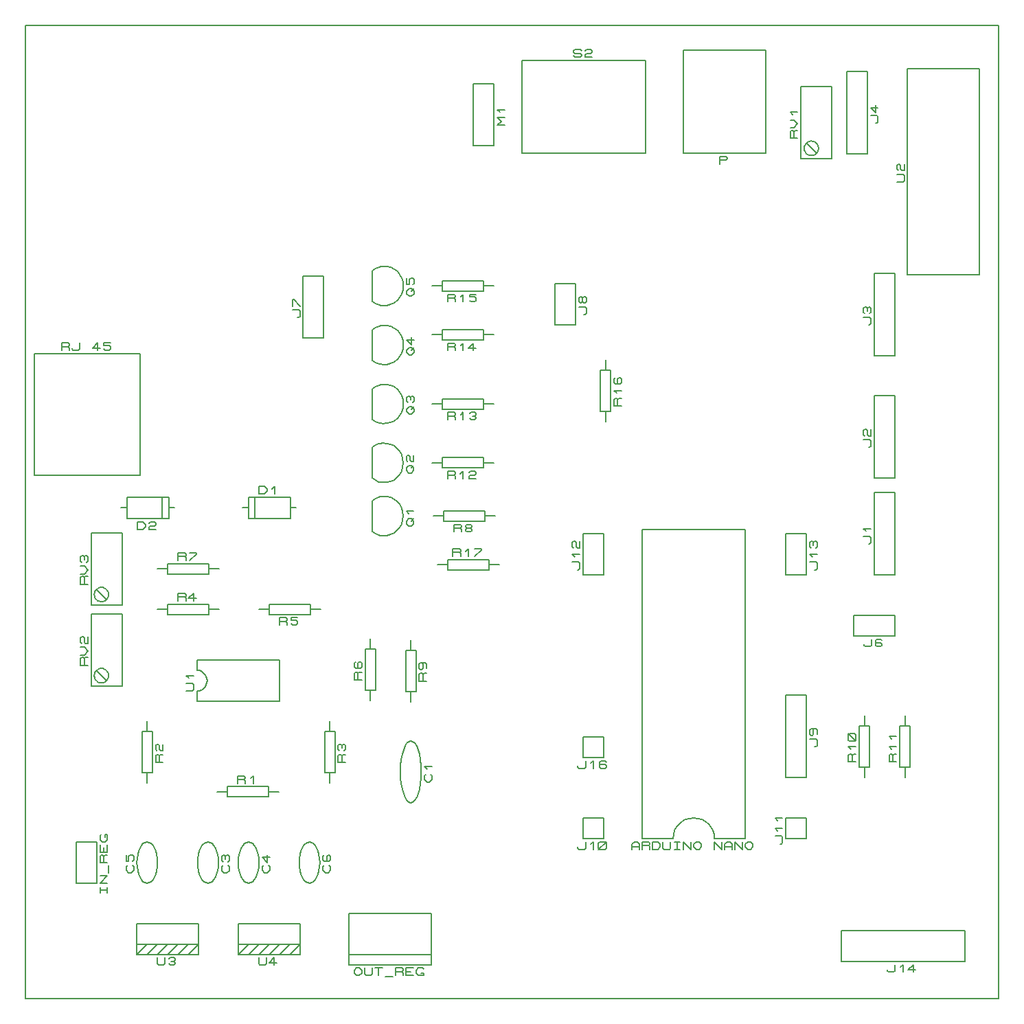
<source format=gbr>
G04 PROTEUS GERBER X2 FILE*
%TF.GenerationSoftware,Labcenter,Proteus,8.8-SP1-Build27031*%
%TF.CreationDate,2021-08-02T14:58:59+00:00*%
%TF.FileFunction,Legend,Top*%
%TF.FilePolarity,Positive*%
%TF.Part,Single*%
%TF.SameCoordinates,{c3ce3005-f07b-4d42-96ea-8d11783d6a5d}*%
%FSLAX45Y45*%
%MOMM*%
G01*
%TA.AperFunction,Profile*%
%ADD21C,0.203200*%
%TA.AperFunction,Material*%
%ADD22C,0.203200*%
%TD.AperFunction*%
D21*
X-12754000Y-52000D02*
X-754000Y-52000D01*
X-754000Y+11948000D01*
X-12754000Y+11948000D01*
X-12754000Y-52000D01*
D22*
X-4512000Y+2177000D02*
X-4563752Y+2171920D01*
X-4611695Y+2157315D01*
X-4654875Y+2134138D01*
X-4692340Y+2103340D01*
X-4723138Y+2065875D01*
X-4746315Y+2022695D01*
X-4760920Y+1974752D01*
X-4766000Y+1923000D01*
X-4512000Y+2177000D02*
X-4459518Y+2171920D01*
X-4411234Y+2157315D01*
X-4368009Y+2134138D01*
X-4330708Y+2103340D01*
X-4300193Y+2065875D01*
X-4277328Y+2022695D01*
X-4262976Y+1974752D01*
X-4258000Y+1923000D01*
X-4766000Y+1923000D02*
X-5147000Y+1923000D01*
X-5147000Y+5733000D02*
X-3877000Y+5733000D01*
X-3877000Y+1923000D02*
X-4258000Y+1923000D01*
X-5147000Y+1923000D02*
X-5147000Y+5733000D01*
X-3877000Y+1923000D02*
X-3877000Y+5733000D01*
X-5274000Y+1790920D02*
X-5274000Y+1851880D01*
X-5242250Y+1882360D01*
X-5210500Y+1882360D01*
X-5178750Y+1851880D01*
X-5178750Y+1790920D01*
X-5274000Y+1821400D02*
X-5178750Y+1821400D01*
X-5147000Y+1790920D02*
X-5147000Y+1882360D01*
X-5067625Y+1882360D01*
X-5051750Y+1867120D01*
X-5051750Y+1851880D01*
X-5067625Y+1836640D01*
X-5147000Y+1836640D01*
X-5067625Y+1836640D02*
X-5051750Y+1821400D01*
X-5051750Y+1790920D01*
X-5020000Y+1790920D02*
X-5020000Y+1882360D01*
X-4956500Y+1882360D01*
X-4924750Y+1851880D01*
X-4924750Y+1821400D01*
X-4956500Y+1790920D01*
X-5020000Y+1790920D01*
X-4893000Y+1882360D02*
X-4893000Y+1806160D01*
X-4877125Y+1790920D01*
X-4813625Y+1790920D01*
X-4797750Y+1806160D01*
X-4797750Y+1882360D01*
X-4750125Y+1882360D02*
X-4686625Y+1882360D01*
X-4718375Y+1882360D02*
X-4718375Y+1790920D01*
X-4750125Y+1790920D02*
X-4686625Y+1790920D01*
X-4639000Y+1790920D02*
X-4639000Y+1882360D01*
X-4543750Y+1790920D01*
X-4543750Y+1882360D01*
X-4512000Y+1851880D02*
X-4480250Y+1882360D01*
X-4448500Y+1882360D01*
X-4416750Y+1851880D01*
X-4416750Y+1821400D01*
X-4448500Y+1790920D01*
X-4480250Y+1790920D01*
X-4512000Y+1821400D01*
X-4512000Y+1851880D01*
X-4258000Y+1790920D02*
X-4258000Y+1882360D01*
X-4162750Y+1790920D01*
X-4162750Y+1882360D01*
X-4131000Y+1790920D02*
X-4131000Y+1851880D01*
X-4099250Y+1882360D01*
X-4067500Y+1882360D01*
X-4035750Y+1851880D01*
X-4035750Y+1790920D01*
X-4131000Y+1821400D02*
X-4035750Y+1821400D01*
X-4004000Y+1790920D02*
X-4004000Y+1882360D01*
X-3908750Y+1790920D01*
X-3908750Y+1882360D01*
X-3877000Y+1851880D02*
X-3845250Y+1882360D01*
X-3813500Y+1882360D01*
X-3781750Y+1851880D01*
X-3781750Y+1821400D01*
X-3813500Y+1790920D01*
X-3845250Y+1790920D01*
X-3877000Y+1821400D01*
X-3877000Y+1851880D01*
X-1877000Y+8873000D02*
X-988000Y+8873000D01*
X-988000Y+11413000D01*
X-1877000Y+11413000D01*
X-1877000Y+8873000D01*
X-2009080Y+10016000D02*
X-1932880Y+10016000D01*
X-1917640Y+10031875D01*
X-1917640Y+10095375D01*
X-1932880Y+10111250D01*
X-2009080Y+10111250D01*
X-1993840Y+10158875D02*
X-2009080Y+10174750D01*
X-2009080Y+10222375D01*
X-1993840Y+10238250D01*
X-1978600Y+10238250D01*
X-1963360Y+10222375D01*
X-1963360Y+10174750D01*
X-1948120Y+10158875D01*
X-1917640Y+10158875D01*
X-1917640Y+10238250D01*
X-6627000Y+10373000D02*
X-5103000Y+10373000D01*
X-5103000Y+11516000D01*
X-6627000Y+11516000D01*
X-6627000Y+10373000D01*
X-5992000Y+11571880D02*
X-5976125Y+11556640D01*
X-5912625Y+11556640D01*
X-5896750Y+11571880D01*
X-5896750Y+11587120D01*
X-5912625Y+11602360D01*
X-5976125Y+11602360D01*
X-5992000Y+11617600D01*
X-5992000Y+11632840D01*
X-5976125Y+11648080D01*
X-5912625Y+11648080D01*
X-5896750Y+11632840D01*
X-5849125Y+11632840D02*
X-5833250Y+11648080D01*
X-5785625Y+11648080D01*
X-5769750Y+11632840D01*
X-5769750Y+11617600D01*
X-5785625Y+11602360D01*
X-5833250Y+11602360D01*
X-5849125Y+11587120D01*
X-5849125Y+11556640D01*
X-5769750Y+11556640D01*
X-4639000Y+10373000D02*
X-3623000Y+10373000D01*
X-3623000Y+11643000D01*
X-4639000Y+11643000D01*
X-4639000Y+10373000D01*
X-4194500Y+10240920D02*
X-4194500Y+10332360D01*
X-4115125Y+10332360D01*
X-4099250Y+10317120D01*
X-4099250Y+10301880D01*
X-4115125Y+10286640D01*
X-4194500Y+10286640D01*
X-2627000Y+10361000D02*
X-2373000Y+10361000D01*
X-2373000Y+11377000D01*
X-2627000Y+11377000D01*
X-2627000Y+10361000D01*
X-2271400Y+10742000D02*
X-2256160Y+10742000D01*
X-2240920Y+10757875D01*
X-2240920Y+10821375D01*
X-2256160Y+10837250D01*
X-2332360Y+10837250D01*
X-2271400Y+10964250D02*
X-2271400Y+10869000D01*
X-2332360Y+10932500D01*
X-2240920Y+10932500D01*
X-3190500Y+10305500D02*
X-2809500Y+10305500D01*
X-2809500Y+11194500D01*
X-3190500Y+11194500D01*
X-3190500Y+10305500D01*
X-2974600Y+10432500D02*
X-2974902Y+10439822D01*
X-2977357Y+10454467D01*
X-2982489Y+10469112D01*
X-2990864Y+10483757D01*
X-3003678Y+10498261D01*
X-3018323Y+10509065D01*
X-3032968Y+10515993D01*
X-3047613Y+10519969D01*
X-3062258Y+10521391D01*
X-3063500Y+10521400D01*
X-3152400Y+10432500D02*
X-3152098Y+10439822D01*
X-3149643Y+10454467D01*
X-3144511Y+10469112D01*
X-3136136Y+10483757D01*
X-3123322Y+10498261D01*
X-3108677Y+10509065D01*
X-3094032Y+10515993D01*
X-3079387Y+10519969D01*
X-3064742Y+10521391D01*
X-3063500Y+10521400D01*
X-3152400Y+10432500D02*
X-3152098Y+10425178D01*
X-3149643Y+10410533D01*
X-3144511Y+10395888D01*
X-3136136Y+10381243D01*
X-3123322Y+10366739D01*
X-3108677Y+10355935D01*
X-3094032Y+10349007D01*
X-3079387Y+10345031D01*
X-3064742Y+10343609D01*
X-3063500Y+10343600D01*
X-2974600Y+10432500D02*
X-2974902Y+10425178D01*
X-2977357Y+10410533D01*
X-2982489Y+10395888D01*
X-2990864Y+10381243D01*
X-3003678Y+10366739D01*
X-3018323Y+10355935D01*
X-3032968Y+10349007D01*
X-3047613Y+10345031D01*
X-3062258Y+10343609D01*
X-3063500Y+10343600D01*
X-3000000Y+10369000D02*
X-3127000Y+10496000D01*
X-3231140Y+10559500D02*
X-3322580Y+10559500D01*
X-3322580Y+10638875D01*
X-3307340Y+10654750D01*
X-3292100Y+10654750D01*
X-3276860Y+10638875D01*
X-3276860Y+10559500D01*
X-3276860Y+10638875D02*
X-3261620Y+10654750D01*
X-3231140Y+10654750D01*
X-3322580Y+10686500D02*
X-3276860Y+10686500D01*
X-3231140Y+10734125D01*
X-3276860Y+10781750D01*
X-3322580Y+10781750D01*
X-3292100Y+10845250D02*
X-3322580Y+10877000D01*
X-3231140Y+10877000D01*
X-2286000Y+5173000D02*
X-2032000Y+5173000D01*
X-2032000Y+6189000D01*
X-2286000Y+6189000D01*
X-2286000Y+5173000D01*
X-2357120Y+5554000D02*
X-2341880Y+5554000D01*
X-2326640Y+5569875D01*
X-2326640Y+5633375D01*
X-2341880Y+5649250D01*
X-2418080Y+5649250D01*
X-2387600Y+5712750D02*
X-2418080Y+5744500D01*
X-2326640Y+5744500D01*
X-2286000Y+6365000D02*
X-2032000Y+6365000D01*
X-2032000Y+7381000D01*
X-2286000Y+7381000D01*
X-2286000Y+6365000D01*
X-2357120Y+6746000D02*
X-2341880Y+6746000D01*
X-2326640Y+6761875D01*
X-2326640Y+6825375D01*
X-2341880Y+6841250D01*
X-2418080Y+6841250D01*
X-2402840Y+6888875D02*
X-2418080Y+6904750D01*
X-2418080Y+6952375D01*
X-2402840Y+6968250D01*
X-2387600Y+6968250D01*
X-2372360Y+6952375D01*
X-2372360Y+6904750D01*
X-2357120Y+6888875D01*
X-2326640Y+6888875D01*
X-2326640Y+6968250D01*
X-2286000Y+7873000D02*
X-2032000Y+7873000D01*
X-2032000Y+8889000D01*
X-2286000Y+8889000D01*
X-2286000Y+7873000D01*
X-2357120Y+8254000D02*
X-2341880Y+8254000D01*
X-2326640Y+8269875D01*
X-2326640Y+8333375D01*
X-2341880Y+8349250D01*
X-2418080Y+8349250D01*
X-2402840Y+8396875D02*
X-2418080Y+8412750D01*
X-2418080Y+8460375D01*
X-2402840Y+8476250D01*
X-2387600Y+8476250D01*
X-2372360Y+8460375D01*
X-2357120Y+8476250D01*
X-2341880Y+8476250D01*
X-2326640Y+8460375D01*
X-2326640Y+8412750D01*
X-2341880Y+8396875D01*
X-2372360Y+8428625D02*
X-2372360Y+8460375D01*
X-2409000Y+2677000D02*
X-2409000Y+2804000D01*
X-2472500Y+2804000D02*
X-2345500Y+2804000D01*
X-2345500Y+3312000D01*
X-2472500Y+3312000D01*
X-2472500Y+2804000D01*
X-2409000Y+3312000D02*
X-2409000Y+3439000D01*
X-2513140Y+2867500D02*
X-2604580Y+2867500D01*
X-2604580Y+2946875D01*
X-2589340Y+2962750D01*
X-2574100Y+2962750D01*
X-2558860Y+2946875D01*
X-2558860Y+2867500D01*
X-2558860Y+2946875D02*
X-2543620Y+2962750D01*
X-2513140Y+2962750D01*
X-2574100Y+3026250D02*
X-2604580Y+3058000D01*
X-2513140Y+3058000D01*
X-2528380Y+3121500D02*
X-2589340Y+3121500D01*
X-2604580Y+3137375D01*
X-2604580Y+3200875D01*
X-2589340Y+3216750D01*
X-2528380Y+3216750D01*
X-2513140Y+3200875D01*
X-2513140Y+3137375D01*
X-2528380Y+3121500D01*
X-2513140Y+3121500D02*
X-2604580Y+3216750D01*
X-1909000Y+2677000D02*
X-1909000Y+2804000D01*
X-1972500Y+2804000D02*
X-1845500Y+2804000D01*
X-1845500Y+3312000D01*
X-1972500Y+3312000D01*
X-1972500Y+2804000D01*
X-1909000Y+3312000D02*
X-1909000Y+3439000D01*
X-2013140Y+2867500D02*
X-2104580Y+2867500D01*
X-2104580Y+2946875D01*
X-2089340Y+2962750D01*
X-2074100Y+2962750D01*
X-2058860Y+2946875D01*
X-2058860Y+2867500D01*
X-2058860Y+2946875D02*
X-2043620Y+2962750D01*
X-2013140Y+2962750D01*
X-2074100Y+3026250D02*
X-2104580Y+3058000D01*
X-2013140Y+3058000D01*
X-2074100Y+3153250D02*
X-2104580Y+3185000D01*
X-2013140Y+3185000D01*
X-3377000Y+2673000D02*
X-3123000Y+2673000D01*
X-3123000Y+3689000D01*
X-3377000Y+3689000D01*
X-3377000Y+2673000D01*
X-3021400Y+3054000D02*
X-3006160Y+3054000D01*
X-2990920Y+3069875D01*
X-2990920Y+3133375D01*
X-3006160Y+3149250D01*
X-3082360Y+3149250D01*
X-3051880Y+3276250D02*
X-3036640Y+3260375D01*
X-3036640Y+3212750D01*
X-3051880Y+3196875D01*
X-3067120Y+3196875D01*
X-3082360Y+3212750D01*
X-3082360Y+3260375D01*
X-3067120Y+3276250D01*
X-3006160Y+3276250D01*
X-2990920Y+3260375D01*
X-2990920Y+3212750D01*
X-10639000Y+3996000D02*
X-10639000Y+4123000D01*
X-9623000Y+4123000D01*
X-9623000Y+3615000D01*
X-10639000Y+3615000D01*
X-10639000Y+3742000D01*
X-10512000Y+3869000D02*
X-10514436Y+3894876D01*
X-10521485Y+3918848D01*
X-10532762Y+3940438D01*
X-10547878Y+3959170D01*
X-10566446Y+3974569D01*
X-10588081Y+3986158D01*
X-10612394Y+3993460D01*
X-10639000Y+3996000D01*
X-10512000Y+3869000D02*
X-10514436Y+3842394D01*
X-10521485Y+3818081D01*
X-10532762Y+3796446D01*
X-10547878Y+3777878D01*
X-10566446Y+3762762D01*
X-10588081Y+3751485D01*
X-10612394Y+3744436D01*
X-10639000Y+3742000D01*
X-10771080Y+3742000D02*
X-10694880Y+3742000D01*
X-10679640Y+3757875D01*
X-10679640Y+3821375D01*
X-10694880Y+3837250D01*
X-10771080Y+3837250D01*
X-10740600Y+3900750D02*
X-10771080Y+3932500D01*
X-10679640Y+3932500D01*
X-11381000Y+623000D02*
X-10619000Y+623000D01*
X-10619000Y+877000D01*
X-11381000Y+877000D01*
X-11381000Y+623000D01*
X-10619000Y+623000D02*
X-10619000Y+496000D01*
X-11381000Y+496000D01*
X-11381000Y+623000D01*
X-10619000Y+623000D02*
X-10746000Y+496000D01*
X-10746000Y+623000D02*
X-10873000Y+496000D01*
X-10873000Y+623000D02*
X-11000000Y+496000D01*
X-11000000Y+623000D02*
X-11127000Y+496000D01*
X-11127000Y+623000D02*
X-11254000Y+496000D01*
X-11254000Y+623000D02*
X-11381000Y+496000D01*
X-11127000Y+455360D02*
X-11127000Y+379160D01*
X-11111125Y+363920D01*
X-11047625Y+363920D01*
X-11031750Y+379160D01*
X-11031750Y+455360D01*
X-10984125Y+440120D02*
X-10968250Y+455360D01*
X-10920625Y+455360D01*
X-10904750Y+440120D01*
X-10904750Y+424880D01*
X-10920625Y+409640D01*
X-10904750Y+394400D01*
X-10904750Y+379160D01*
X-10920625Y+363920D01*
X-10968250Y+363920D01*
X-10984125Y+379160D01*
X-10952375Y+409640D02*
X-10920625Y+409640D01*
X-10131000Y+623000D02*
X-9369000Y+623000D01*
X-9369000Y+877000D01*
X-10131000Y+877000D01*
X-10131000Y+623000D01*
X-9369000Y+623000D02*
X-9369000Y+496000D01*
X-10131000Y+496000D01*
X-10131000Y+623000D01*
X-9369000Y+623000D02*
X-9496000Y+496000D01*
X-9496000Y+623000D02*
X-9623000Y+496000D01*
X-9623000Y+623000D02*
X-9750000Y+496000D01*
X-9750000Y+623000D02*
X-9877000Y+496000D01*
X-9877000Y+623000D02*
X-10004000Y+496000D01*
X-10004000Y+623000D02*
X-10131000Y+496000D01*
X-9877000Y+455360D02*
X-9877000Y+379160D01*
X-9861125Y+363920D01*
X-9797625Y+363920D01*
X-9781750Y+379160D01*
X-9781750Y+455360D01*
X-9654750Y+394400D02*
X-9750000Y+394400D01*
X-9686500Y+455360D01*
X-9686500Y+363920D01*
X-10500000Y+1881000D02*
X-10474124Y+1875920D01*
X-10450152Y+1861315D01*
X-10428562Y+1838138D01*
X-10409830Y+1807340D01*
X-10394431Y+1769875D01*
X-10382842Y+1726695D01*
X-10375540Y+1678752D01*
X-10373000Y+1627000D01*
X-10500000Y+1373000D02*
X-10474124Y+1378080D01*
X-10450152Y+1392685D01*
X-10428562Y+1415862D01*
X-10409830Y+1446660D01*
X-10394431Y+1484125D01*
X-10382842Y+1527305D01*
X-10375540Y+1575248D01*
X-10373000Y+1627000D01*
X-10500000Y+1881000D02*
X-10525876Y+1875920D01*
X-10549848Y+1861315D01*
X-10571438Y+1838138D01*
X-10590170Y+1807340D01*
X-10605569Y+1769875D01*
X-10617158Y+1726695D01*
X-10624460Y+1678752D01*
X-10627000Y+1627000D01*
X-10500000Y+1373000D02*
X-10525876Y+1378080D01*
X-10549848Y+1392685D01*
X-10571438Y+1415862D01*
X-10590170Y+1446660D01*
X-10605569Y+1484125D01*
X-10617158Y+1527305D01*
X-10624460Y+1575248D01*
X-10627000Y+1627000D01*
X-10256160Y+1591250D02*
X-10240920Y+1575375D01*
X-10240920Y+1527750D01*
X-10271400Y+1496000D01*
X-10301880Y+1496000D01*
X-10332360Y+1527750D01*
X-10332360Y+1575375D01*
X-10317120Y+1591250D01*
X-10317120Y+1638875D02*
X-10332360Y+1654750D01*
X-10332360Y+1702375D01*
X-10317120Y+1718250D01*
X-10301880Y+1718250D01*
X-10286640Y+1702375D01*
X-10271400Y+1718250D01*
X-10256160Y+1718250D01*
X-10240920Y+1702375D01*
X-10240920Y+1654750D01*
X-10256160Y+1638875D01*
X-10286640Y+1670625D02*
X-10286640Y+1702375D01*
X-10000000Y+1881000D02*
X-9974124Y+1875920D01*
X-9950152Y+1861315D01*
X-9928562Y+1838138D01*
X-9909830Y+1807340D01*
X-9894431Y+1769875D01*
X-9882842Y+1726695D01*
X-9875540Y+1678752D01*
X-9873000Y+1627000D01*
X-10000000Y+1373000D02*
X-9974124Y+1378080D01*
X-9950152Y+1392685D01*
X-9928562Y+1415862D01*
X-9909830Y+1446660D01*
X-9894431Y+1484125D01*
X-9882842Y+1527305D01*
X-9875540Y+1575248D01*
X-9873000Y+1627000D01*
X-10000000Y+1881000D02*
X-10025876Y+1875920D01*
X-10049848Y+1861315D01*
X-10071438Y+1838138D01*
X-10090170Y+1807340D01*
X-10105569Y+1769875D01*
X-10117158Y+1726695D01*
X-10124460Y+1678752D01*
X-10127000Y+1627000D01*
X-10000000Y+1373000D02*
X-10025876Y+1378080D01*
X-10049848Y+1392685D01*
X-10071438Y+1415862D01*
X-10090170Y+1446660D01*
X-10105569Y+1484125D01*
X-10117158Y+1527305D01*
X-10124460Y+1575248D01*
X-10127000Y+1627000D01*
X-9756160Y+1595250D02*
X-9740920Y+1579375D01*
X-9740920Y+1531750D01*
X-9771400Y+1500000D01*
X-9801880Y+1500000D01*
X-9832360Y+1531750D01*
X-9832360Y+1579375D01*
X-9817120Y+1595250D01*
X-9771400Y+1722250D02*
X-9771400Y+1627000D01*
X-9832360Y+1690500D01*
X-9740920Y+1690500D01*
X-11250000Y+1373000D02*
X-11275876Y+1378080D01*
X-11299848Y+1392685D01*
X-11321438Y+1415862D01*
X-11340170Y+1446660D01*
X-11355569Y+1484125D01*
X-11367158Y+1527305D01*
X-11374460Y+1575248D01*
X-11377000Y+1627000D01*
X-11250000Y+1881000D02*
X-11275876Y+1875920D01*
X-11299848Y+1861315D01*
X-11321438Y+1838138D01*
X-11340170Y+1807340D01*
X-11355569Y+1769875D01*
X-11367158Y+1726695D01*
X-11374460Y+1678752D01*
X-11377000Y+1627000D01*
X-11250000Y+1373000D02*
X-11224124Y+1378080D01*
X-11200152Y+1392685D01*
X-11178562Y+1415862D01*
X-11159830Y+1446660D01*
X-11144431Y+1484125D01*
X-11132842Y+1527305D01*
X-11125540Y+1575248D01*
X-11123000Y+1627000D01*
X-11250000Y+1881000D02*
X-11224124Y+1875920D01*
X-11200152Y+1861315D01*
X-11178562Y+1838138D01*
X-11159830Y+1807340D01*
X-11144431Y+1769875D01*
X-11132842Y+1726695D01*
X-11125540Y+1678752D01*
X-11123000Y+1627000D01*
X-11432880Y+1595250D02*
X-11417640Y+1579375D01*
X-11417640Y+1531750D01*
X-11448120Y+1500000D01*
X-11478600Y+1500000D01*
X-11509080Y+1531750D01*
X-11509080Y+1579375D01*
X-11493840Y+1595250D01*
X-11509080Y+1722250D02*
X-11509080Y+1642875D01*
X-11478600Y+1642875D01*
X-11478600Y+1706375D01*
X-11463360Y+1722250D01*
X-11432880Y+1722250D01*
X-11417640Y+1706375D01*
X-11417640Y+1658750D01*
X-11432880Y+1642875D01*
X-12127000Y+1369000D02*
X-11873000Y+1369000D01*
X-11873000Y+1877000D01*
X-12127000Y+1877000D01*
X-12127000Y+1369000D01*
X-11832360Y+1257875D02*
X-11832360Y+1321375D01*
X-11832360Y+1289625D02*
X-11740920Y+1289625D01*
X-11740920Y+1257875D02*
X-11740920Y+1321375D01*
X-11740920Y+1369000D02*
X-11832360Y+1369000D01*
X-11740920Y+1464250D01*
X-11832360Y+1464250D01*
X-11725680Y+1496000D02*
X-11725680Y+1591250D01*
X-11740920Y+1623000D02*
X-11832360Y+1623000D01*
X-11832360Y+1702375D01*
X-11817120Y+1718250D01*
X-11801880Y+1718250D01*
X-11786640Y+1702375D01*
X-11786640Y+1623000D01*
X-11786640Y+1702375D02*
X-11771400Y+1718250D01*
X-11740920Y+1718250D01*
X-11740920Y+1845250D02*
X-11740920Y+1750000D01*
X-11832360Y+1750000D01*
X-11832360Y+1845250D01*
X-11786640Y+1750000D02*
X-11786640Y+1813500D01*
X-11771400Y+1940500D02*
X-11771400Y+1972250D01*
X-11740920Y+1972250D01*
X-11740920Y+1908750D01*
X-11771400Y+1877000D01*
X-11801880Y+1877000D01*
X-11832360Y+1908750D01*
X-11832360Y+1956375D01*
X-11817120Y+1972250D01*
X-9250000Y+1881000D02*
X-9224124Y+1875920D01*
X-9200152Y+1861315D01*
X-9178562Y+1838138D01*
X-9159830Y+1807340D01*
X-9144431Y+1769875D01*
X-9132842Y+1726695D01*
X-9125540Y+1678752D01*
X-9123000Y+1627000D01*
X-9250000Y+1373000D02*
X-9224124Y+1378080D01*
X-9200152Y+1392685D01*
X-9178562Y+1415862D01*
X-9159830Y+1446660D01*
X-9144431Y+1484125D01*
X-9132842Y+1527305D01*
X-9125540Y+1575248D01*
X-9123000Y+1627000D01*
X-9250000Y+1881000D02*
X-9275876Y+1875920D01*
X-9299848Y+1861315D01*
X-9321438Y+1838138D01*
X-9340170Y+1807340D01*
X-9355569Y+1769875D01*
X-9367158Y+1726695D01*
X-9374460Y+1678752D01*
X-9377000Y+1627000D01*
X-9250000Y+1373000D02*
X-9275876Y+1378080D01*
X-9299848Y+1392685D01*
X-9321438Y+1415862D01*
X-9340170Y+1446660D01*
X-9355569Y+1484125D01*
X-9367158Y+1527305D01*
X-9374460Y+1575248D01*
X-9377000Y+1627000D01*
X-9006160Y+1595250D02*
X-8990920Y+1579375D01*
X-8990920Y+1531750D01*
X-9021400Y+1500000D01*
X-9051880Y+1500000D01*
X-9082360Y+1531750D01*
X-9082360Y+1579375D01*
X-9067120Y+1595250D01*
X-9067120Y+1722250D02*
X-9082360Y+1706375D01*
X-9082360Y+1658750D01*
X-9067120Y+1642875D01*
X-9006160Y+1642875D01*
X-8990920Y+1658750D01*
X-8990920Y+1706375D01*
X-9006160Y+1722250D01*
X-9021400Y+1722250D01*
X-9036640Y+1706375D01*
X-9036640Y+1642875D01*
X-8762000Y+369000D02*
X-7746000Y+369000D01*
X-7746000Y+1004000D01*
X-8762000Y+1004000D01*
X-8762000Y+369000D01*
X-7746000Y+496000D02*
X-8762000Y+496000D01*
X-8698500Y+297880D02*
X-8666750Y+328360D01*
X-8635000Y+328360D01*
X-8603250Y+297880D01*
X-8603250Y+267400D01*
X-8635000Y+236920D01*
X-8666750Y+236920D01*
X-8698500Y+267400D01*
X-8698500Y+297880D01*
X-8571500Y+328360D02*
X-8571500Y+252160D01*
X-8555625Y+236920D01*
X-8492125Y+236920D01*
X-8476250Y+252160D01*
X-8476250Y+328360D01*
X-8444500Y+328360D02*
X-8349250Y+328360D01*
X-8396875Y+328360D02*
X-8396875Y+236920D01*
X-8317500Y+221680D02*
X-8222250Y+221680D01*
X-8190500Y+236920D02*
X-8190500Y+328360D01*
X-8111125Y+328360D01*
X-8095250Y+313120D01*
X-8095250Y+297880D01*
X-8111125Y+282640D01*
X-8190500Y+282640D01*
X-8111125Y+282640D02*
X-8095250Y+267400D01*
X-8095250Y+236920D01*
X-7968250Y+236920D02*
X-8063500Y+236920D01*
X-8063500Y+328360D01*
X-7968250Y+328360D01*
X-8063500Y+282640D02*
X-8000000Y+282640D01*
X-7873000Y+267400D02*
X-7841250Y+267400D01*
X-7841250Y+236920D01*
X-7904750Y+236920D01*
X-7936500Y+267400D01*
X-7936500Y+297880D01*
X-7904750Y+328360D01*
X-7857125Y+328360D01*
X-7841250Y+313120D01*
X-10389000Y+2500000D02*
X-10262000Y+2500000D01*
X-10262000Y+2436500D02*
X-9754000Y+2436500D01*
X-9754000Y+2563500D01*
X-10262000Y+2563500D01*
X-10262000Y+2436500D01*
X-9754000Y+2500000D02*
X-9627000Y+2500000D01*
X-10135000Y+2604140D02*
X-10135000Y+2695580D01*
X-10055625Y+2695580D01*
X-10039750Y+2680340D01*
X-10039750Y+2665100D01*
X-10055625Y+2649860D01*
X-10135000Y+2649860D01*
X-10055625Y+2649860D02*
X-10039750Y+2634620D01*
X-10039750Y+2604140D01*
X-9976250Y+2665100D02*
X-9944500Y+2695580D01*
X-9944500Y+2604140D01*
X-11250000Y+3373000D02*
X-11250000Y+3246000D01*
X-11313500Y+2738000D02*
X-11186500Y+2738000D01*
X-11186500Y+3246000D01*
X-11313500Y+3246000D01*
X-11313500Y+2738000D01*
X-11250000Y+2738000D02*
X-11250000Y+2611000D01*
X-11054420Y+2865000D02*
X-11145860Y+2865000D01*
X-11145860Y+2944375D01*
X-11130620Y+2960250D01*
X-11115380Y+2960250D01*
X-11100140Y+2944375D01*
X-11100140Y+2865000D01*
X-11100140Y+2944375D02*
X-11084900Y+2960250D01*
X-11054420Y+2960250D01*
X-11130620Y+3007875D02*
X-11145860Y+3023750D01*
X-11145860Y+3071375D01*
X-11130620Y+3087250D01*
X-11115380Y+3087250D01*
X-11100140Y+3071375D01*
X-11100140Y+3023750D01*
X-11084900Y+3007875D01*
X-11054420Y+3007875D01*
X-11054420Y+3087250D01*
X-9000000Y+3373000D02*
X-9000000Y+3246000D01*
X-9063500Y+2738000D02*
X-8936500Y+2738000D01*
X-8936500Y+3246000D01*
X-9063500Y+3246000D01*
X-9063500Y+2738000D01*
X-9000000Y+2738000D02*
X-9000000Y+2611000D01*
X-8804420Y+2865000D02*
X-8895860Y+2865000D01*
X-8895860Y+2944375D01*
X-8880620Y+2960250D01*
X-8865380Y+2960250D01*
X-8850140Y+2944375D01*
X-8850140Y+2865000D01*
X-8850140Y+2944375D02*
X-8834900Y+2960250D01*
X-8804420Y+2960250D01*
X-8880620Y+3007875D02*
X-8895860Y+3023750D01*
X-8895860Y+3071375D01*
X-8880620Y+3087250D01*
X-8865380Y+3087250D01*
X-8850140Y+3071375D01*
X-8834900Y+3087250D01*
X-8819660Y+3087250D01*
X-8804420Y+3071375D01*
X-8804420Y+3023750D01*
X-8819660Y+3007875D01*
X-8850140Y+3039625D02*
X-8850140Y+3071375D01*
X-8000000Y+3127000D02*
X-7974124Y+3119484D01*
X-7950152Y+3097830D01*
X-7928562Y+3063376D01*
X-7909830Y+3017462D01*
X-7894431Y+2961429D01*
X-7882842Y+2896614D01*
X-7875540Y+2824358D01*
X-7873000Y+2746000D01*
X-8000000Y+2365000D02*
X-7974124Y+2372620D01*
X-7950152Y+2394528D01*
X-7928562Y+2429294D01*
X-7909830Y+2475490D01*
X-7894431Y+2531688D01*
X-7882842Y+2596458D01*
X-7875540Y+2668371D01*
X-7873000Y+2746000D01*
X-8000000Y+2365000D02*
X-8025876Y+2372620D01*
X-8049848Y+2394528D01*
X-8071438Y+2429294D01*
X-8090170Y+2475490D01*
X-8105569Y+2531688D01*
X-8117158Y+2596458D01*
X-8124460Y+2668371D01*
X-8127000Y+2746000D01*
X-8000000Y+3127000D02*
X-8025876Y+3119484D01*
X-8049848Y+3097830D01*
X-8071438Y+3063376D01*
X-8090170Y+3017462D01*
X-8105569Y+2961429D01*
X-8117158Y+2896614D01*
X-8124460Y+2824358D01*
X-8127000Y+2746000D01*
X-7756160Y+2714250D02*
X-7740920Y+2698375D01*
X-7740920Y+2650750D01*
X-7771400Y+2619000D01*
X-7801880Y+2619000D01*
X-7832360Y+2650750D01*
X-7832360Y+2698375D01*
X-7817120Y+2714250D01*
X-7801880Y+2777750D02*
X-7832360Y+2809500D01*
X-7740920Y+2809500D01*
X-8000000Y+4373000D02*
X-8000000Y+4246000D01*
X-8063500Y+3738000D02*
X-7936500Y+3738000D01*
X-7936500Y+4246000D01*
X-8063500Y+4246000D01*
X-8063500Y+3738000D01*
X-8000000Y+3738000D02*
X-8000000Y+3611000D01*
X-7804420Y+3865000D02*
X-7895860Y+3865000D01*
X-7895860Y+3944375D01*
X-7880620Y+3960250D01*
X-7865380Y+3960250D01*
X-7850140Y+3944375D01*
X-7850140Y+3865000D01*
X-7850140Y+3944375D02*
X-7834900Y+3960250D01*
X-7804420Y+3960250D01*
X-7865380Y+4087250D02*
X-7850140Y+4071375D01*
X-7850140Y+4023750D01*
X-7865380Y+4007875D01*
X-7880620Y+4007875D01*
X-7895860Y+4023750D01*
X-7895860Y+4071375D01*
X-7880620Y+4087250D01*
X-7819660Y+4087250D01*
X-7804420Y+4071375D01*
X-7804420Y+4023750D01*
X-11123000Y+4750000D02*
X-10996000Y+4750000D01*
X-10996000Y+4686500D02*
X-10488000Y+4686500D01*
X-10488000Y+4813500D01*
X-10996000Y+4813500D01*
X-10996000Y+4686500D01*
X-10488000Y+4750000D02*
X-10361000Y+4750000D01*
X-10869000Y+4854140D02*
X-10869000Y+4945580D01*
X-10789625Y+4945580D01*
X-10773750Y+4930340D01*
X-10773750Y+4915100D01*
X-10789625Y+4899860D01*
X-10869000Y+4899860D01*
X-10789625Y+4899860D02*
X-10773750Y+4884620D01*
X-10773750Y+4854140D01*
X-10646750Y+4884620D02*
X-10742000Y+4884620D01*
X-10678500Y+4945580D01*
X-10678500Y+4854140D01*
X-9111000Y+4750000D02*
X-9238000Y+4750000D01*
X-9746000Y+4686500D02*
X-9238000Y+4686500D01*
X-9238000Y+4813500D01*
X-9746000Y+4813500D01*
X-9746000Y+4686500D01*
X-9746000Y+4750000D02*
X-9873000Y+4750000D01*
X-9619000Y+4554420D02*
X-9619000Y+4645860D01*
X-9539625Y+4645860D01*
X-9523750Y+4630620D01*
X-9523750Y+4615380D01*
X-9539625Y+4600140D01*
X-9619000Y+4600140D01*
X-9539625Y+4600140D02*
X-9523750Y+4584900D01*
X-9523750Y+4554420D01*
X-9396750Y+4645860D02*
X-9476125Y+4645860D01*
X-9476125Y+4615380D01*
X-9412625Y+4615380D01*
X-9396750Y+4600140D01*
X-9396750Y+4569660D01*
X-9412625Y+4554420D01*
X-9460250Y+4554420D01*
X-9476125Y+4569660D01*
X-8500000Y+3627000D02*
X-8500000Y+3754000D01*
X-8563500Y+3754000D02*
X-8436500Y+3754000D01*
X-8436500Y+4262000D01*
X-8563500Y+4262000D01*
X-8563500Y+3754000D01*
X-8500000Y+4262000D02*
X-8500000Y+4389000D01*
X-8604140Y+3881000D02*
X-8695580Y+3881000D01*
X-8695580Y+3960375D01*
X-8680340Y+3976250D01*
X-8665100Y+3976250D01*
X-8649860Y+3960375D01*
X-8649860Y+3881000D01*
X-8649860Y+3960375D02*
X-8634620Y+3976250D01*
X-8604140Y+3976250D01*
X-8680340Y+4103250D02*
X-8695580Y+4087375D01*
X-8695580Y+4039750D01*
X-8680340Y+4023875D01*
X-8619380Y+4023875D01*
X-8604140Y+4039750D01*
X-8604140Y+4087375D01*
X-8619380Y+4103250D01*
X-8634620Y+4103250D01*
X-8649860Y+4087375D01*
X-8649860Y+4023875D01*
X-11123000Y+5250000D02*
X-10996000Y+5250000D01*
X-10996000Y+5186500D02*
X-10488000Y+5186500D01*
X-10488000Y+5313500D01*
X-10996000Y+5313500D01*
X-10996000Y+5186500D01*
X-10488000Y+5250000D02*
X-10361000Y+5250000D01*
X-10869000Y+5354140D02*
X-10869000Y+5445580D01*
X-10789625Y+5445580D01*
X-10773750Y+5430340D01*
X-10773750Y+5415100D01*
X-10789625Y+5399860D01*
X-10869000Y+5399860D01*
X-10789625Y+5399860D02*
X-10773750Y+5384620D01*
X-10773750Y+5354140D01*
X-10726125Y+5445580D02*
X-10646750Y+5445580D01*
X-10646750Y+5430340D01*
X-10726125Y+5354140D01*
X-11940500Y+3805500D02*
X-11559500Y+3805500D01*
X-11559500Y+4694500D01*
X-11940500Y+4694500D01*
X-11940500Y+3805500D01*
X-11724600Y+3932500D02*
X-11724902Y+3939822D01*
X-11727357Y+3954467D01*
X-11732489Y+3969112D01*
X-11740864Y+3983757D01*
X-11753678Y+3998261D01*
X-11768323Y+4009065D01*
X-11782968Y+4015993D01*
X-11797613Y+4019969D01*
X-11812258Y+4021391D01*
X-11813500Y+4021400D01*
X-11902400Y+3932500D02*
X-11902098Y+3939822D01*
X-11899643Y+3954467D01*
X-11894511Y+3969112D01*
X-11886136Y+3983757D01*
X-11873322Y+3998261D01*
X-11858677Y+4009065D01*
X-11844032Y+4015993D01*
X-11829387Y+4019969D01*
X-11814742Y+4021391D01*
X-11813500Y+4021400D01*
X-11902400Y+3932500D02*
X-11902098Y+3925178D01*
X-11899643Y+3910533D01*
X-11894511Y+3895888D01*
X-11886136Y+3881243D01*
X-11873322Y+3866739D01*
X-11858677Y+3855935D01*
X-11844032Y+3849007D01*
X-11829387Y+3845031D01*
X-11814742Y+3843609D01*
X-11813500Y+3843600D01*
X-11724600Y+3932500D02*
X-11724902Y+3925178D01*
X-11727357Y+3910533D01*
X-11732489Y+3895888D01*
X-11740864Y+3881243D01*
X-11753678Y+3866739D01*
X-11768323Y+3855935D01*
X-11782968Y+3849007D01*
X-11797613Y+3845031D01*
X-11812258Y+3843609D01*
X-11813500Y+3843600D01*
X-11750000Y+3869000D02*
X-11877000Y+3996000D01*
X-11981140Y+4059500D02*
X-12072580Y+4059500D01*
X-12072580Y+4138875D01*
X-12057340Y+4154750D01*
X-12042100Y+4154750D01*
X-12026860Y+4138875D01*
X-12026860Y+4059500D01*
X-12026860Y+4138875D02*
X-12011620Y+4154750D01*
X-11981140Y+4154750D01*
X-12072580Y+4186500D02*
X-12026860Y+4186500D01*
X-11981140Y+4234125D01*
X-12026860Y+4281750D01*
X-12072580Y+4281750D01*
X-12057340Y+4329375D02*
X-12072580Y+4345250D01*
X-12072580Y+4392875D01*
X-12057340Y+4408750D01*
X-12042100Y+4408750D01*
X-12026860Y+4392875D01*
X-12026860Y+4345250D01*
X-12011620Y+4329375D01*
X-11981140Y+4329375D01*
X-11981140Y+4408750D01*
X-11940500Y+4805500D02*
X-11559500Y+4805500D01*
X-11559500Y+5694500D01*
X-11940500Y+5694500D01*
X-11940500Y+4805500D01*
X-11724600Y+4932500D02*
X-11724902Y+4939822D01*
X-11727357Y+4954467D01*
X-11732489Y+4969112D01*
X-11740864Y+4983757D01*
X-11753678Y+4998261D01*
X-11768323Y+5009065D01*
X-11782968Y+5015993D01*
X-11797613Y+5019969D01*
X-11812258Y+5021391D01*
X-11813500Y+5021400D01*
X-11902400Y+4932500D02*
X-11902098Y+4939822D01*
X-11899643Y+4954467D01*
X-11894511Y+4969112D01*
X-11886136Y+4983757D01*
X-11873322Y+4998261D01*
X-11858677Y+5009065D01*
X-11844032Y+5015993D01*
X-11829387Y+5019969D01*
X-11814742Y+5021391D01*
X-11813500Y+5021400D01*
X-11902400Y+4932500D02*
X-11902098Y+4925178D01*
X-11899643Y+4910533D01*
X-11894511Y+4895888D01*
X-11886136Y+4881243D01*
X-11873322Y+4866739D01*
X-11858677Y+4855935D01*
X-11844032Y+4849007D01*
X-11829387Y+4845031D01*
X-11814742Y+4843609D01*
X-11813500Y+4843600D01*
X-11724600Y+4932500D02*
X-11724902Y+4925178D01*
X-11727357Y+4910533D01*
X-11732489Y+4895888D01*
X-11740864Y+4881243D01*
X-11753678Y+4866739D01*
X-11768323Y+4855935D01*
X-11782968Y+4849007D01*
X-11797613Y+4845031D01*
X-11812258Y+4843609D01*
X-11813500Y+4843600D01*
X-11750000Y+4869000D02*
X-11877000Y+4996000D01*
X-11981140Y+5059500D02*
X-12072580Y+5059500D01*
X-12072580Y+5138875D01*
X-12057340Y+5154750D01*
X-12042100Y+5154750D01*
X-12026860Y+5138875D01*
X-12026860Y+5059500D01*
X-12026860Y+5138875D02*
X-12011620Y+5154750D01*
X-11981140Y+5154750D01*
X-12072580Y+5186500D02*
X-12026860Y+5186500D01*
X-11981140Y+5234125D01*
X-12026860Y+5281750D01*
X-12072580Y+5281750D01*
X-12057340Y+5329375D02*
X-12072580Y+5345250D01*
X-12072580Y+5392875D01*
X-12057340Y+5408750D01*
X-12042100Y+5408750D01*
X-12026860Y+5392875D01*
X-12011620Y+5408750D01*
X-11996380Y+5408750D01*
X-11981140Y+5392875D01*
X-11981140Y+5345250D01*
X-11996380Y+5329375D01*
X-12026860Y+5361125D02*
X-12026860Y+5392875D01*
X-10001080Y+5867920D02*
X-9482920Y+5867920D01*
X-9482920Y+6134620D01*
X-10001080Y+6134620D01*
X-10001080Y+5867920D01*
X-9919800Y+6132080D02*
X-9919800Y+5870460D01*
X-10072200Y+6000000D02*
X-10001080Y+6000000D01*
X-9482920Y+6000000D02*
X-9411800Y+6000000D01*
X-9869000Y+6175260D02*
X-9869000Y+6266700D01*
X-9805500Y+6266700D01*
X-9773750Y+6236220D01*
X-9773750Y+6205740D01*
X-9805500Y+6175260D01*
X-9869000Y+6175260D01*
X-9710250Y+6236220D02*
X-9678500Y+6266700D01*
X-9678500Y+6175260D01*
X-11501080Y+5865380D02*
X-10982920Y+5865380D01*
X-10982920Y+6132080D01*
X-11501080Y+6132080D01*
X-11501080Y+5865380D01*
X-11064200Y+5867920D02*
X-11064200Y+6129540D01*
X-10911800Y+6000000D02*
X-10982920Y+6000000D01*
X-11501080Y+6000000D02*
X-11572200Y+6000000D01*
X-11369000Y+5733300D02*
X-11369000Y+5824740D01*
X-11305500Y+5824740D01*
X-11273750Y+5794260D01*
X-11273750Y+5763780D01*
X-11305500Y+5733300D01*
X-11369000Y+5733300D01*
X-11226125Y+5809500D02*
X-11210250Y+5824740D01*
X-11162625Y+5824740D01*
X-11146750Y+5809500D01*
X-11146750Y+5794260D01*
X-11162625Y+5779020D01*
X-11210250Y+5779020D01*
X-11226125Y+5763780D01*
X-11226125Y+5733300D01*
X-11146750Y+5733300D01*
X-2540000Y+4423000D02*
X-2032000Y+4423000D01*
X-2032000Y+4677000D01*
X-2540000Y+4677000D01*
X-2540000Y+4423000D01*
X-2413000Y+4321400D02*
X-2413000Y+4306160D01*
X-2397125Y+4290920D01*
X-2333625Y+4290920D01*
X-2317750Y+4306160D01*
X-2317750Y+4382360D01*
X-2190750Y+4367120D02*
X-2206625Y+4382360D01*
X-2254250Y+4382360D01*
X-2270125Y+4367120D01*
X-2270125Y+4306160D01*
X-2254250Y+4290920D01*
X-2206625Y+4290920D01*
X-2190750Y+4306160D01*
X-2190750Y+4321400D01*
X-2206625Y+4336640D01*
X-2270125Y+4336640D01*
X-5877000Y+1923000D02*
X-5623000Y+1923000D01*
X-5623000Y+2177000D01*
X-5877000Y+2177000D01*
X-5877000Y+1923000D01*
X-5940500Y+1821400D02*
X-5940500Y+1806160D01*
X-5924625Y+1790920D01*
X-5861125Y+1790920D01*
X-5845250Y+1806160D01*
X-5845250Y+1882360D01*
X-5781750Y+1851880D02*
X-5750000Y+1882360D01*
X-5750000Y+1790920D01*
X-5686500Y+1806160D02*
X-5686500Y+1867120D01*
X-5670625Y+1882360D01*
X-5607125Y+1882360D01*
X-5591250Y+1867120D01*
X-5591250Y+1806160D01*
X-5607125Y+1790920D01*
X-5670625Y+1790920D01*
X-5686500Y+1806160D01*
X-5686500Y+1790920D02*
X-5591250Y+1882360D01*
X-5877000Y+2923000D02*
X-5623000Y+2923000D01*
X-5623000Y+3177000D01*
X-5877000Y+3177000D01*
X-5877000Y+2923000D01*
X-5940500Y+2821400D02*
X-5940500Y+2806160D01*
X-5924625Y+2790920D01*
X-5861125Y+2790920D01*
X-5845250Y+2806160D01*
X-5845250Y+2882360D01*
X-5781750Y+2851880D02*
X-5750000Y+2882360D01*
X-5750000Y+2790920D01*
X-5591250Y+2867120D02*
X-5607125Y+2882360D01*
X-5654750Y+2882360D01*
X-5670625Y+2867120D01*
X-5670625Y+2806160D01*
X-5654750Y+2790920D01*
X-5607125Y+2790920D01*
X-5591250Y+2806160D01*
X-5591250Y+2821400D01*
X-5607125Y+2836640D01*
X-5670625Y+2836640D01*
X-5877000Y+5173000D02*
X-5623000Y+5173000D01*
X-5623000Y+5681000D01*
X-5877000Y+5681000D01*
X-5877000Y+5173000D01*
X-5948120Y+5236500D02*
X-5932880Y+5236500D01*
X-5917640Y+5252375D01*
X-5917640Y+5315875D01*
X-5932880Y+5331750D01*
X-6009080Y+5331750D01*
X-5978600Y+5395250D02*
X-6009080Y+5427000D01*
X-5917640Y+5427000D01*
X-5993840Y+5506375D02*
X-6009080Y+5522250D01*
X-6009080Y+5569875D01*
X-5993840Y+5585750D01*
X-5978600Y+5585750D01*
X-5963360Y+5569875D01*
X-5963360Y+5522250D01*
X-5948120Y+5506375D01*
X-5917640Y+5506375D01*
X-5917640Y+5585750D01*
X-3377000Y+1923000D02*
X-3123000Y+1923000D01*
X-3123000Y+2177000D01*
X-3377000Y+2177000D01*
X-3377000Y+1923000D01*
X-3448120Y+1859500D02*
X-3432880Y+1859500D01*
X-3417640Y+1875375D01*
X-3417640Y+1938875D01*
X-3432880Y+1954750D01*
X-3509080Y+1954750D01*
X-3478600Y+2018250D02*
X-3509080Y+2050000D01*
X-3417640Y+2050000D01*
X-3478600Y+2145250D02*
X-3509080Y+2177000D01*
X-3417640Y+2177000D01*
X-3377000Y+5173000D02*
X-3123000Y+5173000D01*
X-3123000Y+5681000D01*
X-3377000Y+5681000D01*
X-3377000Y+5173000D01*
X-3021400Y+5236500D02*
X-3006160Y+5236500D01*
X-2990920Y+5252375D01*
X-2990920Y+5315875D01*
X-3006160Y+5331750D01*
X-3082360Y+5331750D01*
X-3051880Y+5395250D02*
X-3082360Y+5427000D01*
X-2990920Y+5427000D01*
X-3067120Y+5506375D02*
X-3082360Y+5522250D01*
X-3082360Y+5569875D01*
X-3067120Y+5585750D01*
X-3051880Y+5585750D01*
X-3036640Y+5569875D01*
X-3021400Y+5585750D01*
X-3006160Y+5585750D01*
X-2990920Y+5569875D01*
X-2990920Y+5522250D01*
X-3006160Y+5506375D01*
X-3036640Y+5538125D02*
X-3036640Y+5569875D01*
X-12638500Y+6400000D02*
X-11338500Y+6400000D01*
X-11338500Y+7900000D01*
X-12638500Y+7900000D01*
X-12638500Y+6400000D01*
X-12306000Y+7940640D02*
X-12306000Y+8032080D01*
X-12226625Y+8032080D01*
X-12210750Y+8016840D01*
X-12210750Y+8001600D01*
X-12226625Y+7986360D01*
X-12306000Y+7986360D01*
X-12226625Y+7986360D02*
X-12210750Y+7971120D01*
X-12210750Y+7940640D01*
X-12179000Y+7971120D02*
X-12179000Y+7955880D01*
X-12163125Y+7940640D01*
X-12099625Y+7940640D01*
X-12083750Y+7955880D01*
X-12083750Y+8032080D01*
X-11829750Y+7971120D02*
X-11925000Y+7971120D01*
X-11861500Y+8032080D01*
X-11861500Y+7940640D01*
X-11702750Y+8032080D02*
X-11782125Y+8032080D01*
X-11782125Y+8001600D01*
X-11718625Y+8001600D01*
X-11702750Y+7986360D01*
X-11702750Y+7955880D01*
X-11718625Y+7940640D01*
X-11766250Y+7940640D01*
X-11782125Y+7955880D01*
X-6961000Y+5900000D02*
X-7088000Y+5900000D01*
X-7596000Y+5836500D02*
X-7088000Y+5836500D01*
X-7088000Y+5963500D01*
X-7596000Y+5963500D01*
X-7596000Y+5836500D01*
X-7596000Y+5900000D02*
X-7723000Y+5900000D01*
X-7469000Y+5704420D02*
X-7469000Y+5795860D01*
X-7389625Y+5795860D01*
X-7373750Y+5780620D01*
X-7373750Y+5765380D01*
X-7389625Y+5750140D01*
X-7469000Y+5750140D01*
X-7389625Y+5750140D02*
X-7373750Y+5734900D01*
X-7373750Y+5704420D01*
X-7310250Y+5750140D02*
X-7326125Y+5765380D01*
X-7326125Y+5780620D01*
X-7310250Y+5795860D01*
X-7262625Y+5795860D01*
X-7246750Y+5780620D01*
X-7246750Y+5765380D01*
X-7262625Y+5750140D01*
X-7310250Y+5750140D01*
X-7326125Y+5734900D01*
X-7326125Y+5719660D01*
X-7310250Y+5704420D01*
X-7262625Y+5704420D01*
X-7246750Y+5719660D01*
X-7246750Y+5734900D01*
X-7262625Y+5750140D01*
X-6977000Y+6555000D02*
X-7104000Y+6555000D01*
X-7612000Y+6491500D02*
X-7104000Y+6491500D01*
X-7104000Y+6618500D01*
X-7612000Y+6618500D01*
X-7612000Y+6491500D01*
X-7612000Y+6555000D02*
X-7739000Y+6555000D01*
X-7548500Y+6359420D02*
X-7548500Y+6450860D01*
X-7469125Y+6450860D01*
X-7453250Y+6435620D01*
X-7453250Y+6420380D01*
X-7469125Y+6405140D01*
X-7548500Y+6405140D01*
X-7469125Y+6405140D02*
X-7453250Y+6389900D01*
X-7453250Y+6359420D01*
X-7389750Y+6420380D02*
X-7358000Y+6450860D01*
X-7358000Y+6359420D01*
X-7278625Y+6435620D02*
X-7262750Y+6450860D01*
X-7215125Y+6450860D01*
X-7199250Y+6435620D01*
X-7199250Y+6420380D01*
X-7215125Y+6405140D01*
X-7262750Y+6405140D01*
X-7278625Y+6389900D01*
X-7278625Y+6359420D01*
X-7199250Y+6359420D01*
X-6973000Y+7282000D02*
X-7100000Y+7282000D01*
X-7608000Y+7218500D02*
X-7100000Y+7218500D01*
X-7100000Y+7345500D01*
X-7608000Y+7345500D01*
X-7608000Y+7218500D01*
X-7608000Y+7282000D02*
X-7735000Y+7282000D01*
X-7544500Y+7086420D02*
X-7544500Y+7177860D01*
X-7465125Y+7177860D01*
X-7449250Y+7162620D01*
X-7449250Y+7147380D01*
X-7465125Y+7132140D01*
X-7544500Y+7132140D01*
X-7465125Y+7132140D02*
X-7449250Y+7116900D01*
X-7449250Y+7086420D01*
X-7385750Y+7147380D02*
X-7354000Y+7177860D01*
X-7354000Y+7086420D01*
X-7274625Y+7162620D02*
X-7258750Y+7177860D01*
X-7211125Y+7177860D01*
X-7195250Y+7162620D01*
X-7195250Y+7147380D01*
X-7211125Y+7132140D01*
X-7195250Y+7116900D01*
X-7195250Y+7101660D01*
X-7211125Y+7086420D01*
X-7258750Y+7086420D01*
X-7274625Y+7101660D01*
X-7242875Y+7132140D02*
X-7211125Y+7132140D01*
X-6973000Y+8136000D02*
X-7100000Y+8136000D01*
X-7608000Y+8072500D02*
X-7100000Y+8072500D01*
X-7100000Y+8199500D01*
X-7608000Y+8199500D01*
X-7608000Y+8072500D01*
X-7608000Y+8136000D02*
X-7735000Y+8136000D01*
X-7544500Y+7940420D02*
X-7544500Y+8031860D01*
X-7465125Y+8031860D01*
X-7449250Y+8016620D01*
X-7449250Y+8001380D01*
X-7465125Y+7986140D01*
X-7544500Y+7986140D01*
X-7465125Y+7986140D02*
X-7449250Y+7970900D01*
X-7449250Y+7940420D01*
X-7385750Y+8001380D02*
X-7354000Y+8031860D01*
X-7354000Y+7940420D01*
X-7195250Y+7970900D02*
X-7290500Y+7970900D01*
X-7227000Y+8031860D01*
X-7227000Y+7940420D01*
X-6973000Y+8736000D02*
X-7100000Y+8736000D01*
X-7608000Y+8672500D02*
X-7100000Y+8672500D01*
X-7100000Y+8799500D01*
X-7608000Y+8799500D01*
X-7608000Y+8672500D01*
X-7608000Y+8736000D02*
X-7735000Y+8736000D01*
X-7544500Y+8540420D02*
X-7544500Y+8631860D01*
X-7465125Y+8631860D01*
X-7449250Y+8616620D01*
X-7449250Y+8601380D01*
X-7465125Y+8586140D01*
X-7544500Y+8586140D01*
X-7465125Y+8586140D02*
X-7449250Y+8570900D01*
X-7449250Y+8540420D01*
X-7385750Y+8601380D02*
X-7354000Y+8631860D01*
X-7354000Y+8540420D01*
X-7195250Y+8631860D02*
X-7274625Y+8631860D01*
X-7274625Y+8601380D01*
X-7211125Y+8601380D01*
X-7195250Y+8586140D01*
X-7195250Y+8555660D01*
X-7211125Y+8540420D01*
X-7258750Y+8540420D01*
X-7274625Y+8555660D01*
X-8477000Y+6090500D02*
X-8477000Y+5709500D01*
X-8350000Y+6141300D02*
X-8373688Y+6139117D01*
X-8396633Y+6133362D01*
X-8437312Y+6115900D01*
X-8477000Y+6090500D01*
X-8350000Y+6141300D02*
X-8298065Y+6140438D01*
X-8250037Y+6129046D01*
X-8206846Y+6108204D01*
X-8169422Y+6078991D01*
X-8138695Y+6042484D01*
X-8115596Y+5999764D01*
X-8101054Y+5951910D01*
X-8096000Y+5900000D01*
X-8350000Y+5658700D02*
X-8373688Y+5660883D01*
X-8396633Y+5666638D01*
X-8437312Y+5684100D01*
X-8477000Y+5709500D01*
X-8350000Y+5658700D02*
X-8298065Y+5659562D01*
X-8250037Y+5670954D01*
X-8206846Y+5691796D01*
X-8169422Y+5721009D01*
X-8138695Y+5757516D01*
X-8115596Y+5800236D01*
X-8101054Y+5848090D01*
X-8096000Y+5900000D01*
X-8024880Y+5773000D02*
X-8055360Y+5804750D01*
X-8055360Y+5836500D01*
X-8024880Y+5868250D01*
X-7994400Y+5868250D01*
X-7963920Y+5836500D01*
X-7963920Y+5804750D01*
X-7994400Y+5773000D01*
X-8024880Y+5773000D01*
X-7994400Y+5836500D02*
X-7963920Y+5868250D01*
X-8024880Y+5931750D02*
X-8055360Y+5963500D01*
X-7963920Y+5963500D01*
X-8477000Y+6745500D02*
X-8477000Y+6364500D01*
X-8350000Y+6796300D02*
X-8373688Y+6794117D01*
X-8396633Y+6788362D01*
X-8437312Y+6770900D01*
X-8477000Y+6745500D01*
X-8350000Y+6796300D02*
X-8298065Y+6795438D01*
X-8250037Y+6784046D01*
X-8206846Y+6763204D01*
X-8169422Y+6733991D01*
X-8138695Y+6697484D01*
X-8115596Y+6654764D01*
X-8101054Y+6606910D01*
X-8096000Y+6555000D01*
X-8350000Y+6313700D02*
X-8373688Y+6315883D01*
X-8396633Y+6321638D01*
X-8437312Y+6339100D01*
X-8477000Y+6364500D01*
X-8350000Y+6313700D02*
X-8298065Y+6314562D01*
X-8250037Y+6325954D01*
X-8206846Y+6346796D01*
X-8169422Y+6376009D01*
X-8138695Y+6412516D01*
X-8115596Y+6455236D01*
X-8101054Y+6503090D01*
X-8096000Y+6555000D01*
X-8024880Y+6428000D02*
X-8055360Y+6459750D01*
X-8055360Y+6491500D01*
X-8024880Y+6523250D01*
X-7994400Y+6523250D01*
X-7963920Y+6491500D01*
X-7963920Y+6459750D01*
X-7994400Y+6428000D01*
X-8024880Y+6428000D01*
X-7994400Y+6491500D02*
X-7963920Y+6523250D01*
X-8040120Y+6570875D02*
X-8055360Y+6586750D01*
X-8055360Y+6634375D01*
X-8040120Y+6650250D01*
X-8024880Y+6650250D01*
X-8009640Y+6634375D01*
X-8009640Y+6586750D01*
X-7994400Y+6570875D01*
X-7963920Y+6570875D01*
X-7963920Y+6650250D01*
X-8473000Y+7472500D02*
X-8473000Y+7091500D01*
X-8346000Y+7523300D02*
X-8369688Y+7521117D01*
X-8392633Y+7515362D01*
X-8433312Y+7497900D01*
X-8473000Y+7472500D01*
X-8346000Y+7523300D02*
X-8294065Y+7522438D01*
X-8246037Y+7511046D01*
X-8202846Y+7490204D01*
X-8165422Y+7460991D01*
X-8134695Y+7424484D01*
X-8111596Y+7381764D01*
X-8097054Y+7333910D01*
X-8092000Y+7282000D01*
X-8346000Y+7040700D02*
X-8369688Y+7042883D01*
X-8392633Y+7048638D01*
X-8433312Y+7066100D01*
X-8473000Y+7091500D01*
X-8346000Y+7040700D02*
X-8294065Y+7041562D01*
X-8246037Y+7052954D01*
X-8202846Y+7073796D01*
X-8165422Y+7103009D01*
X-8134695Y+7139516D01*
X-8111596Y+7182236D01*
X-8097054Y+7230090D01*
X-8092000Y+7282000D01*
X-8020880Y+7155000D02*
X-8051360Y+7186750D01*
X-8051360Y+7218500D01*
X-8020880Y+7250250D01*
X-7990400Y+7250250D01*
X-7959920Y+7218500D01*
X-7959920Y+7186750D01*
X-7990400Y+7155000D01*
X-8020880Y+7155000D01*
X-7990400Y+7218500D02*
X-7959920Y+7250250D01*
X-8036120Y+7297875D02*
X-8051360Y+7313750D01*
X-8051360Y+7361375D01*
X-8036120Y+7377250D01*
X-8020880Y+7377250D01*
X-8005640Y+7361375D01*
X-7990400Y+7377250D01*
X-7975160Y+7377250D01*
X-7959920Y+7361375D01*
X-7959920Y+7313750D01*
X-7975160Y+7297875D01*
X-8005640Y+7329625D02*
X-8005640Y+7361375D01*
X-8473000Y+8199500D02*
X-8473000Y+7818500D01*
X-8346000Y+8250300D02*
X-8369688Y+8248117D01*
X-8392633Y+8242362D01*
X-8433312Y+8224900D01*
X-8473000Y+8199500D01*
X-8346000Y+8250300D02*
X-8294065Y+8249438D01*
X-8246037Y+8238046D01*
X-8202846Y+8217204D01*
X-8165422Y+8187991D01*
X-8134695Y+8151484D01*
X-8111596Y+8108764D01*
X-8097054Y+8060910D01*
X-8092000Y+8009000D01*
X-8346000Y+7767700D02*
X-8369688Y+7769883D01*
X-8392633Y+7775638D01*
X-8433312Y+7793100D01*
X-8473000Y+7818500D01*
X-8346000Y+7767700D02*
X-8294065Y+7768562D01*
X-8246037Y+7779954D01*
X-8202846Y+7800796D01*
X-8165422Y+7830009D01*
X-8134695Y+7866516D01*
X-8111596Y+7909236D01*
X-8097054Y+7957090D01*
X-8092000Y+8009000D01*
X-8020880Y+7882000D02*
X-8051360Y+7913750D01*
X-8051360Y+7945500D01*
X-8020880Y+7977250D01*
X-7990400Y+7977250D01*
X-7959920Y+7945500D01*
X-7959920Y+7913750D01*
X-7990400Y+7882000D01*
X-8020880Y+7882000D01*
X-7990400Y+7945500D02*
X-7959920Y+7977250D01*
X-7990400Y+8104250D02*
X-7990400Y+8009000D01*
X-8051360Y+8072500D01*
X-7959920Y+8072500D01*
X-8473000Y+8926500D02*
X-8473000Y+8545500D01*
X-8346000Y+8977300D02*
X-8369688Y+8975117D01*
X-8392633Y+8969362D01*
X-8433312Y+8951900D01*
X-8473000Y+8926500D01*
X-8346000Y+8977300D02*
X-8294065Y+8976438D01*
X-8246037Y+8965046D01*
X-8202846Y+8944204D01*
X-8165422Y+8914991D01*
X-8134695Y+8878484D01*
X-8111596Y+8835764D01*
X-8097054Y+8787910D01*
X-8092000Y+8736000D01*
X-8346000Y+8494700D02*
X-8369688Y+8496883D01*
X-8392633Y+8502638D01*
X-8433312Y+8520100D01*
X-8473000Y+8545500D01*
X-8346000Y+8494700D02*
X-8294065Y+8495562D01*
X-8246037Y+8506954D01*
X-8202846Y+8527796D01*
X-8165422Y+8557009D01*
X-8134695Y+8593516D01*
X-8111596Y+8636236D01*
X-8097054Y+8684090D01*
X-8092000Y+8736000D01*
X-8020880Y+8609000D02*
X-8051360Y+8640750D01*
X-8051360Y+8672500D01*
X-8020880Y+8704250D01*
X-7990400Y+8704250D01*
X-7959920Y+8672500D01*
X-7959920Y+8640750D01*
X-7990400Y+8609000D01*
X-8020880Y+8609000D01*
X-7990400Y+8672500D02*
X-7959920Y+8704250D01*
X-8051360Y+8831250D02*
X-8051360Y+8751875D01*
X-8020880Y+8751875D01*
X-8020880Y+8815375D01*
X-8005640Y+8831250D01*
X-7975160Y+8831250D01*
X-7959920Y+8815375D01*
X-7959920Y+8767750D01*
X-7975160Y+8751875D01*
X-6223000Y+8255000D02*
X-5969000Y+8255000D01*
X-5969000Y+8763000D01*
X-6223000Y+8763000D01*
X-6223000Y+8255000D01*
X-5867400Y+8382000D02*
X-5852160Y+8382000D01*
X-5836920Y+8397875D01*
X-5836920Y+8461375D01*
X-5852160Y+8477250D01*
X-5928360Y+8477250D01*
X-5882640Y+8540750D02*
X-5897880Y+8524875D01*
X-5913120Y+8524875D01*
X-5928360Y+8540750D01*
X-5928360Y+8588375D01*
X-5913120Y+8604250D01*
X-5897880Y+8604250D01*
X-5882640Y+8588375D01*
X-5882640Y+8540750D01*
X-5867400Y+8524875D01*
X-5852160Y+8524875D01*
X-5836920Y+8540750D01*
X-5836920Y+8588375D01*
X-5852160Y+8604250D01*
X-5867400Y+8604250D01*
X-5882640Y+8588375D01*
X-5600000Y+7828000D02*
X-5600000Y+7701000D01*
X-5663500Y+7193000D02*
X-5536500Y+7193000D01*
X-5536500Y+7701000D01*
X-5663500Y+7701000D01*
X-5663500Y+7193000D01*
X-5600000Y+7193000D02*
X-5600000Y+7066000D01*
X-5404420Y+7256500D02*
X-5495860Y+7256500D01*
X-5495860Y+7335875D01*
X-5480620Y+7351750D01*
X-5465380Y+7351750D01*
X-5450140Y+7335875D01*
X-5450140Y+7256500D01*
X-5450140Y+7335875D02*
X-5434900Y+7351750D01*
X-5404420Y+7351750D01*
X-5465380Y+7415250D02*
X-5495860Y+7447000D01*
X-5404420Y+7447000D01*
X-5480620Y+7605750D02*
X-5495860Y+7589875D01*
X-5495860Y+7542250D01*
X-5480620Y+7526375D01*
X-5419660Y+7526375D01*
X-5404420Y+7542250D01*
X-5404420Y+7589875D01*
X-5419660Y+7605750D01*
X-5434900Y+7605750D01*
X-5450140Y+7589875D01*
X-5450140Y+7526375D01*
X-9327000Y+8092000D02*
X-9073000Y+8092000D01*
X-9073000Y+8854000D01*
X-9327000Y+8854000D01*
X-9327000Y+8092000D01*
X-9398120Y+8346000D02*
X-9382880Y+8346000D01*
X-9367640Y+8361875D01*
X-9367640Y+8425375D01*
X-9382880Y+8441250D01*
X-9459080Y+8441250D01*
X-9459080Y+8488875D02*
X-9459080Y+8568250D01*
X-9443840Y+8568250D01*
X-9367640Y+8488875D01*
X-7673000Y+5300000D02*
X-7546000Y+5300000D01*
X-7546000Y+5236500D02*
X-7038000Y+5236500D01*
X-7038000Y+5363500D01*
X-7546000Y+5363500D01*
X-7546000Y+5236500D01*
X-7038000Y+5300000D02*
X-6911000Y+5300000D01*
X-7482500Y+5404140D02*
X-7482500Y+5495580D01*
X-7403125Y+5495580D01*
X-7387250Y+5480340D01*
X-7387250Y+5465100D01*
X-7403125Y+5449860D01*
X-7482500Y+5449860D01*
X-7403125Y+5449860D02*
X-7387250Y+5434620D01*
X-7387250Y+5404140D01*
X-7323750Y+5465100D02*
X-7292000Y+5495580D01*
X-7292000Y+5404140D01*
X-7212625Y+5495580D02*
X-7133250Y+5495580D01*
X-7133250Y+5480340D01*
X-7212625Y+5404140D01*
X-7227000Y+10465000D02*
X-6973000Y+10465000D01*
X-6973000Y+11227000D01*
X-7227000Y+11227000D01*
X-7227000Y+10465000D01*
X-6840920Y+10719000D02*
X-6932360Y+10719000D01*
X-6886640Y+10766625D01*
X-6932360Y+10814250D01*
X-6840920Y+10814250D01*
X-6901880Y+10877750D02*
X-6932360Y+10909500D01*
X-6840920Y+10909500D01*
X-2697000Y+409500D02*
X-1173000Y+409500D01*
X-1173000Y+790500D01*
X-2697000Y+790500D01*
X-2697000Y+409500D01*
X-2125500Y+307900D02*
X-2125500Y+292660D01*
X-2109625Y+277420D01*
X-2046125Y+277420D01*
X-2030250Y+292660D01*
X-2030250Y+368860D01*
X-1966750Y+338380D02*
X-1935000Y+368860D01*
X-1935000Y+277420D01*
X-1776250Y+307900D02*
X-1871500Y+307900D01*
X-1808000Y+368860D01*
X-1808000Y+277420D01*
M02*

</source>
